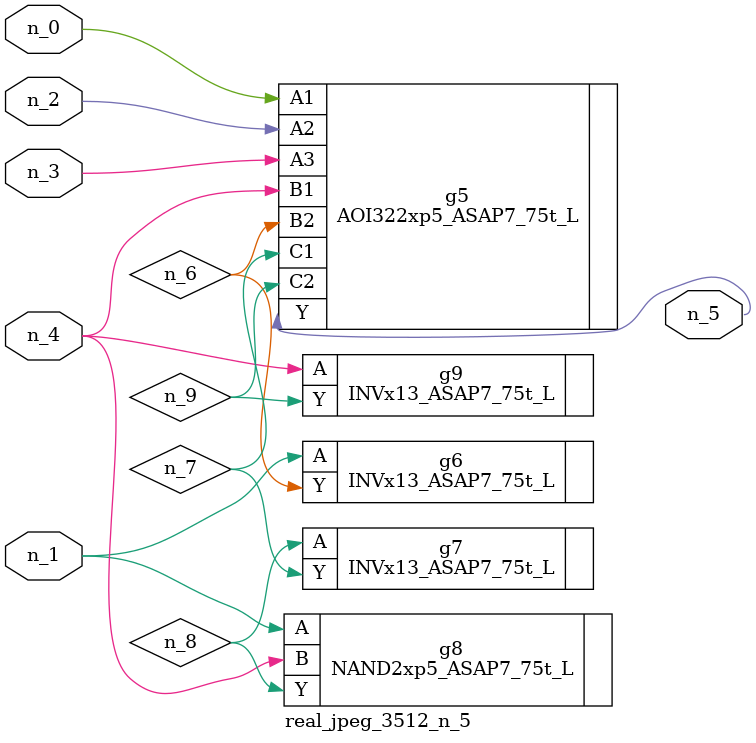
<source format=v>
module real_jpeg_3512_n_5 (n_4, n_0, n_1, n_2, n_3, n_5);

input n_4;
input n_0;
input n_1;
input n_2;
input n_3;

output n_5;

wire n_8;
wire n_6;
wire n_7;
wire n_9;

AOI322xp5_ASAP7_75t_L g5 ( 
.A1(n_0),
.A2(n_2),
.A3(n_3),
.B1(n_4),
.B2(n_6),
.C1(n_7),
.C2(n_9),
.Y(n_5)
);

INVx13_ASAP7_75t_L g6 ( 
.A(n_1),
.Y(n_6)
);

NAND2xp5_ASAP7_75t_L g8 ( 
.A(n_1),
.B(n_4),
.Y(n_8)
);

INVx13_ASAP7_75t_L g9 ( 
.A(n_4),
.Y(n_9)
);

INVx13_ASAP7_75t_L g7 ( 
.A(n_8),
.Y(n_7)
);


endmodule
</source>
